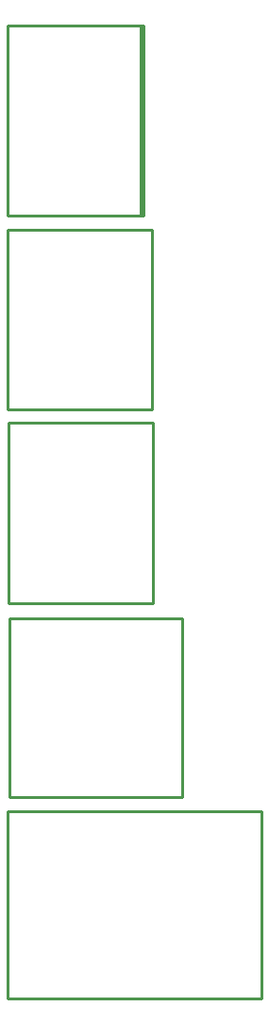
<source format=gbr>
%TF.GenerationSoftware,Altium Limited,Altium Designer,22.6.1 (34)*%
G04 Layer_Color=16711935*
%FSLAX45Y45*%
%MOMM*%
%TF.SameCoordinates,41C29604-6FBD-4392-AD62-CF0DA8D1722B*%
%TF.FilePolarity,Positive*%
%TF.FileFunction,Other,Mechanical_1*%
%TF.Part,CustomerPanel*%
G01*
G75*
%TA.AperFunction,NonConductor*%
%ADD52C,0.25400*%
D52*
X-155062Y3362839D02*
Y4976703D01*
X1139541Y3362839D02*
Y4974612D01*
X-155062Y3362839D02*
X1127638D01*
X-155062Y4976703D02*
X1139541Y4974612D01*
X-165100Y5092700D02*
X1130300D01*
Y6704903D01*
X-165100Y6706994D02*
X1130300Y6704903D01*
X-165100Y5092700D02*
Y6706994D01*
X1028700Y8534400D02*
X1054100D01*
X1028700Y6832600D02*
X1054100D01*
Y8534400D01*
X-165100Y6832600D02*
X1028700D01*
X-165100D02*
Y8534400D01*
X1028700D01*
Y6832600D02*
Y8534400D01*
X-152400Y1625600D02*
Y3226087D01*
X1397000Y1625600D02*
Y3223588D01*
X-152400Y1625600D02*
X1397000D01*
X-152400Y3226087D02*
X1397000Y3223588D01*
X-165100Y-177799D02*
X2108200D01*
X-165100D02*
Y1498601D01*
X2108200D01*
Y-177799D02*
Y1498601D01*
%TF.MD5,7ed33bb1334d93c1ac719ffbfe3e3c26*%
M02*

</source>
